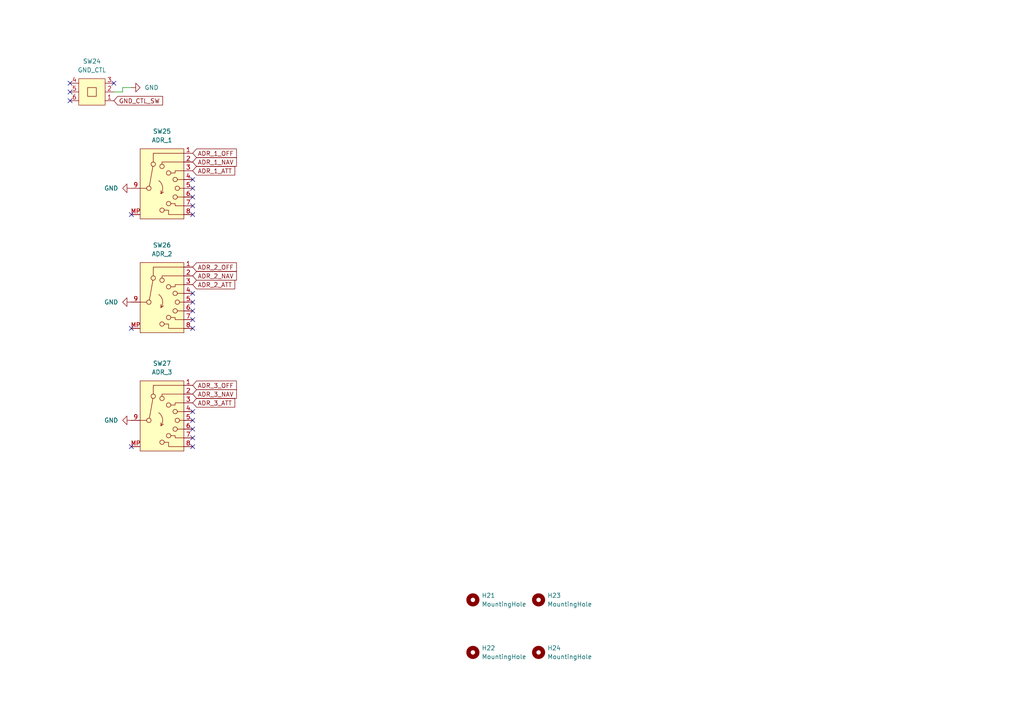
<source format=kicad_sch>
(kicad_sch (version 20231120) (generator "eeschema") (generator_version "8.0")
  (paper "A4")
  (lib_symbols
    (symbol "Mechanical:MountingHole" (pin_names (offset 1.016)) (exclude_from_sim yes) (in_bom no)
      (property "Reference" "H" (at 0 5.08 0))
      (property "Value" "MountingHole" (at 0 3.175 0))
      (symbol "MountingHole_0_1"
        (circle (center 0 0) (radius 1.27) (stroke (width 1.27)))
      )
    )
    (symbol "SFLibrary:SW_DPDT_XLX" (pin_names (offset 1.016))
      (property "Reference" "U" (at 0 5.08 0))
      (property "Value" "SW_DPDT_XLX" (at 0 2.54 0))
      (symbol "SW_DPDT_XLX_0_1"
        (rectangle (start -3.81 0) (end 3.81 -7.62) (fill (type background)))
        (polyline (pts (xy -1.27 -2.54) (xy 1.27 -2.54) (xy 1.27 -5.08) (xy -1.27 -5.08) (xy -1.27 -2.54)))
      )
      (symbol "SW_DPDT_XLX_1_1"
        (pin input line (at 6.35 -6.35 180) (length 2.54) (name "~") (number "1"))
        (pin input line (at 6.35 -3.81 180) (length 2.54) (name "~") (number "2"))
        (pin input line (at 6.35 -1.27 180) (length 2.54) (name "~") (number "3"))
        (pin input line (at -6.35 -1.27 0) (length 2.54) (name "~") (number "4"))
        (pin input line (at -6.35 -3.81 0) (length 2.54) (name "~") (number "5"))
        (pin input line (at -6.35 -6.35 0) (length 2.54) (name "~") (number "6"))
      )
    )
    (symbol "Switch:SW_Rotary_1x8_MP" (pin_names hide)
      (property "Reference" "SW" (at 0 12.7 0))
      (property "Value" "SW_Rotary_1x8_MP" (at 10.16 -10.16 0))
      (symbol "SW_Rotary_1x8_MP_0_1"
        (circle (center -5.08 0) (radius 0.635))
        (circle (center -3.81 6.985) (radius 0.635))
        (arc (start -1.5876 -1.5875) (mid -1.116 0.449) (end -2.2226 2.2225))
        (circle (center -1.27 -6.35) (radius 0.635))
        (circle (center -1.27 6.35) (radius 0.635))
        (polyline (pts (xy -7.62 0) (xy -5.715 0)))
        (polyline (pts (xy -4.9276 0.6604) (xy -3.9116 6.35)))
        (polyline (pts (xy -1.5876 -1.5875) (xy -1.5876 -1.5875)))
        (polyline (pts (xy -1.5876 -1.5875) (xy -1.5876 -0.6985)))
        (polyline (pts (xy -1.5876 -1.5875) (xy -0.8256 -1.0795)))
        (polyline (pts (xy 5.08 -2.54) (xy 3.175 -2.54)))
        (polyline (pts (xy 5.08 0) (xy 3.81 0)))
        (polyline (pts (xy 5.08 2.54) (xy 3.175 2.54)))
        (polyline (pts (xy 5.08 -7.62) (xy 0.635 -7.62) (xy 0.635 -6.35) (xy -0.635 -6.35)))
        (polyline (pts (xy 5.08 -5.08) (xy 2.54 -5.08) (xy 2.54 -4.445) (xy 1.27 -4.445)))
        (polyline (pts (xy 5.08 5.08) (xy 2.54 5.08) (xy 2.54 4.445) (xy 1.27 4.445)))
        (polyline (pts (xy 5.08 7.62) (xy -1.27 7.62) (xy -1.27 7.62) (xy -1.27 6.985)))
        (circle (center 0.635 -4.445) (radius 0.635))
        (circle (center 0.635 4.445) (radius 0.635))
        (circle (center 2.54 -2.54) (radius 0.635))
        (circle (center 2.54 2.54) (radius 0.635))
        (circle (center 3.175 0) (radius 0.635))
      )
      (symbol "SW_Rotary_1x8_MP_1_1"
        (polyline (pts (xy 5.08 10.16) (xy -3.81 10.16) (xy -3.81 7.62)))
        (polyline (pts (xy -7.62 11.43) (xy 5.08 11.43) (xy 5.08 -8.89) (xy -7.62 -8.89) (xy -7.62 11.43) (xy -7.62 11.43)) (fill (type background)))
        (pin passive line (at 7.62 10.16 180) (length 2.54) (name "") (number "1"))
        (pin passive line (at 7.62 7.62 180) (length 2.54) (name "") (number "2"))
        (pin passive line (at 7.62 5.08 180) (length 2.54) (name "") (number "3"))
        (pin passive line (at 7.62 2.54 180) (length 2.54) (name "") (number "4"))
        (pin passive line (at 7.62 0 180) (length 2.54) (name "") (number "5"))
        (pin passive line (at 7.62 -2.54 180) (length 2.54) (name "") (number "6"))
        (pin passive line (at 7.62 -5.08 180) (length 2.54) (name "") (number "7"))
        (pin passive line (at 7.62 -7.62 180) (length 2.54) (name "") (number "8"))
        (pin passive line (at -10.16 0 0) (length 2.54) (name "") (number "9"))
        (pin passive line (at -10.16 -7.62 0) (length 2.54) (name "") (number "MP"))
      )
    )
    (symbol "power:GND" (power) (pin_numbers hide) (pin_names (offset 0) hide)
      (property "Value" "GND" (at 0 -3.81 0))
      (symbol "GND_0_1"
        (polyline (pts (xy 0 0) (xy 0 -1.27) (xy 1.27 -1.27) (xy 0 -2.54) (xy -1.27 -1.27) (xy 0 -1.27)))
      )
      (symbol "GND_1_1"
        (pin power_in line (at 0 0 270) (length 0) (name "~") (number "1"))
      )
    )
  )
  (no_connect (at 55.88 59.69))
  (no_connect (at 55.88 92.71))
  (no_connect (at 20.32 29.21))
  (no_connect (at 55.88 62.23))
  (no_connect (at 55.88 57.15))
  (no_connect (at 55.88 52.07))
  (no_connect (at 33.02 24.13))
  (no_connect (at 38.1 95.25))
  (no_connect (at 55.88 90.17))
  (no_connect (at 55.88 121.92))
  (no_connect (at 55.88 119.38))
  (no_connect (at 55.88 54.61))
  (no_connect (at 55.88 127))
  (no_connect (at 38.1 62.23))
  (no_connect (at 55.88 85.09))
  (no_connect (at 20.32 26.67))
  (no_connect (at 55.88 87.63))
  (no_connect (at 55.88 129.54))
  (no_connect (at 38.1 129.54))
  (no_connect (at 55.88 95.25))
  (no_connect (at 55.88 124.46))
  (no_connect (at 20.32 24.13))
  (wire (pts (xy 38.1 25.4) (xy 35.56 25.4)))
  (wire (pts (xy 35.56 26.67) (xy 33.02 26.67)))
  (wire (pts (xy 35.56 25.4) (xy 35.56 26.67)))
  (global_label "ADR_1_OFF" (shape input) (at 55.88 44.45 0) (property "Intersheetrefs" "${INTERSHEET_REFS}" (effects (hide yes))))
  (global_label "GND_CTL_SW" (shape input) (at 33.02 29.21 0) (property "Intersheetrefs" "${INTERSHEET_REFS}" (effects (hide yes))))
  (global_label "ADR_2_ATT" (shape input) (at 55.88 82.55 0) (property "Intersheetrefs" "${INTERSHEET_REFS}" (effects (hide yes))))
  (global_label "ADR_3_NAV" (shape input) (at 55.88 114.3 0) (property "Intersheetrefs" "${INTERSHEET_REFS}" (effects (hide yes))))
  (global_label "ADR_1_NAV" (shape input) (at 55.88 46.99 0) (property "Intersheetrefs" "${INTERSHEET_REFS}" (effects (hide yes))))
  (global_label "ADR_1_ATT" (shape input) (at 55.88 49.53 0) (property "Intersheetrefs" "${INTERSHEET_REFS}" (effects (hide yes))))
  (global_label "ADR_3_ATT" (shape input) (at 55.88 116.84 0) (property "Intersheetrefs" "${INTERSHEET_REFS}" (effects (hide yes))))
  (global_label "ADR_2_NAV" (shape input) (at 55.88 80.01 0) (property "Intersheetrefs" "${INTERSHEET_REFS}" (effects (hide yes))))
  (global_label "ADR_3_OFF" (shape input) (at 55.88 111.76 0) (property "Intersheetrefs" "${INTERSHEET_REFS}" (effects (hide yes))))
  (global_label "ADR_2_OFF" (shape input) (at 55.88 77.47 0) (property "Intersheetrefs" "${INTERSHEET_REFS}" (effects (hide yes))))
  (symbol (lib_id "Mechanical:MountingHole") (at 137.16 173.99 0) (unit 1) (exclude_from_sim yes) (in_bom no)
    (property "Reference" "H21" (at 139.7 172.7199 0) (effects (justify left)))
    (property "Value" "MountingHole" (at 139.7 175.2599 0) (effects (justify left)))
    (property "Footprint" "MountingHole:MountingHole_3.2mm_M3_DIN965_Pad_TopBottom" (effects (hide yes)))
    (property "Description" "Mounting Hole without connection" (effects (hide yes)))
  )
  (symbol (lib_id "power:GND") (at 38.1 25.4 90) (unit 1)
    (property "Reference" "#PWR0181" (effects (hide yes)))
    (property "Value" "GND" (at 41.91 25.3999 90) (effects (justify right)))
    (property "Description" "Power symbol creates a global label with name \"GND\" , ground" (effects (hide yes)))
  )
  (symbol (lib_id "Switch:SW_Rotary_1x8_MP") (at 48.26 121.92 0) (unit 1)
    (property "Reference" "SW27" (at 46.99 105.41 0))
    (property "Value" "ADR_3" (at 46.99 107.95 0))
    (property "Footprint" "SimPanel:Rotary_SW_8x1" (effects (hide yes)))
    (property "Description" "Rotary switch 1x8, SP8T with mount point" (effects (hide yes)))
  )
  (symbol (lib_id "Mechanical:MountingHole") (at 137.16 189.23 0) (unit 1) (exclude_from_sim yes) (in_bom no)
    (property "Reference" "H22" (at 139.7 187.9599 0) (effects (justify left)))
    (property "Value" "MountingHole" (at 139.7 190.4999 0) (effects (justify left)))
    (property "Footprint" "MountingHole:MountingHole_3.2mm_M3_DIN965_Pad_TopBottom" (effects (hide yes)))
    (property "Description" "Mounting Hole without connection" (effects (hide yes)))
  )
  (symbol (lib_id "Mechanical:MountingHole") (at 156.21 173.99 0) (unit 1) (exclude_from_sim yes) (in_bom no)
    (property "Reference" "H23" (at 158.75 172.7199 0) (effects (justify left)))
    (property "Value" "MountingHole" (at 158.75 175.2599 0) (effects (justify left)))
    (property "Footprint" "MountingHole:MountingHole_3.2mm_M3_DIN965_Pad_TopBottom" (effects (hide yes)))
    (property "Description" "Mounting Hole without connection" (effects (hide yes)))
  )
  (symbol (lib_id "Switch:SW_Rotary_1x8_MP") (at 48.26 87.63 0) (unit 1)
    (property "Reference" "SW26" (at 46.99 71.12 0))
    (property "Value" "ADR_2" (at 46.99 73.66 0))
    (property "Footprint" "SimPanel:Rotary_SW_8x1" (effects (hide yes)))
    (property "Description" "Rotary switch 1x8, SP8T with mount point" (effects (hide yes)))
  )
  (symbol (lib_id "power:GND") (at 38.1 54.61 270) (unit 1)
    (property "Reference" "#PWR0186" (effects (hide yes)))
    (property "Value" "GND" (at 34.29 54.6099 90) (effects (justify right)))
    (property "Description" "Power symbol creates a global label with name \"GND\" , ground" (effects (hide yes)))
  )
  (symbol (lib_id "SFLibrary:SW_DPDT_XLX") (at 26.67 22.86 0) (unit 1)
    (property "Reference" "SW24" (at 26.67 17.78 0))
    (property "Value" "GND_CTL" (at 26.67 20.32 0))
    (property "Footprint" "SFLibrary:G-Switch PS-7054DVB-6PN" (effects (hide yes)))
  )
  (symbol (lib_id "power:GND") (at 38.1 87.63 270) (unit 1)
    (property "Reference" "#PWR0187" (effects (hide yes)))
    (property "Value" "GND" (at 34.29 87.6299 90) (effects (justify right)))
    (property "Description" "Power symbol creates a global label with name \"GND\" , ground" (effects (hide yes)))
  )
  (symbol (lib_id "power:GND") (at 38.1 121.92 270) (unit 1)
    (property "Reference" "#PWR0188" (effects (hide yes)))
    (property "Value" "GND" (at 34.29 121.9199 90) (effects (justify right)))
    (property "Description" "Power symbol creates a global label with name \"GND\" , ground" (effects (hide yes)))
  )
  (symbol (lib_id "Mechanical:MountingHole") (at 156.21 189.23 0) (unit 1) (exclude_from_sim yes) (in_bom no)
    (property "Reference" "H24" (at 158.75 187.9599 0) (effects (justify left)))
    (property "Value" "MountingHole" (at 158.75 190.4999 0) (effects (justify left)))
    (property "Footprint" "MountingHole:MountingHole_3.2mm_M3_DIN965_Pad_TopBottom" (effects (hide yes)))
    (property "Description" "Mounting Hole without connection" (effects (hide yes)))
  )
  (symbol (lib_id "Switch:SW_Rotary_1x8_MP") (at 48.26 54.61 0) (unit 1)
    (property "Reference" "SW25" (at 46.99 38.1 0))
    (property "Value" "ADR_1" (at 46.99 40.64 0))
    (property "Footprint" "SimPanel:Rotary_SW_8x1" (effects (hide yes)))
    (property "Description" "Rotary switch 1x8, SP8T with mount point" (effects (hide yes)))
  )
)
</source>
